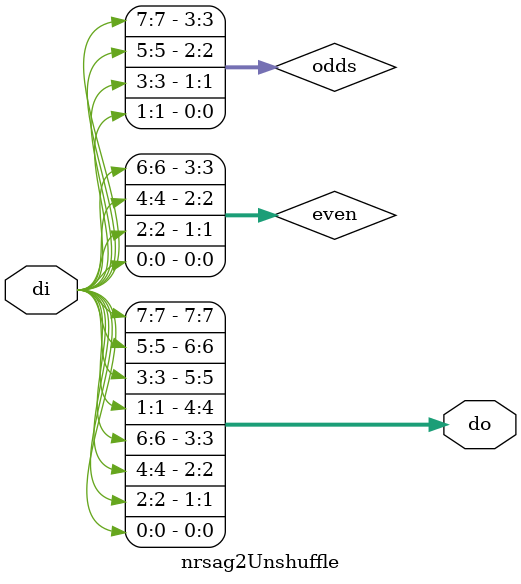
<source format=v>

module nrsag2(input [7:0] di, ci, output [7:0] do); // 24 NOT, 20 XOR, 88 MUX
	wire [7:0] d, c, co;
	wire [3:0] t1, t2, t3;

	nrsag2Stage stage_1 (di, ci, d, c); // 12 NOT, 10 XOR, 48 MUX (co=c is used)
	nrsag2Stage stage_2 (d, c, do, co); // 12 NOT, 10 XOR, 40 MUX (co=co is unused)
endmodule

module nrsag2Stage(input [7:0] di, ci, output [7:0] do, co);
	wire [7:0] d1, d2, c1, c2;
	wire [3:0] t1, t2, t3;

	nrsag2CtrlUnit ctrl_1 (ci, c1, t1, 2'b 00);
	nrsag2CtrlUnit ctrl_2 (c1, c2, t2, 2'b 10);
	nrsag2CtrlUnit ctrl_3 (c2, co, t3, 2'b 11);

	nrsag2DataUnit data_1 (di, d1, t1);
	nrsag2DataUnit data_2 (d1, d2, t2);
	nrsag2DataUnit data_3 (d2, do, t3);
endmodule

module nrsag2CtrlUnit(input [7:0] ci, output [7:0] co, output [3:0] t, input [1:0] sel);
	wire x[7:0]; // prefix xor-sum over ci, partially broken depending on sel
	assign x[0] = ci[0];
	assign x[1] = ci[1] ^ x[0];
	assign x[2] = ci[2] ^ (sel[0] ? 1'b 0 : x[1]);
	assign x[3] = ci[3] ^ x[2];
	assign x[4] = ci[4] ^ (sel[1] ? 1'b 0 : x[3]);
	assign x[5] = ci[5] ^ x[4];
	assign x[6] = ci[6] ^ (sel[0] ? 1'b 0 : x[5]);
	assign x[7] = ci[7] ^ x[6]; // unused ;)

	// butterfly control signals
	assign t[0] = !x[0];
	assign t[1] = !x[2];
	assign t[2] = !x[4];
	assign t[3] = !x[6];

	nrsag2DataUnit unshuffle (ci, co, t);
endmodule

module nrsag2DataUnit(input [7:0] di, output [7:0] do, input [3:0] t);
	wire [7:0] do_shuffled;
	assign do_shuffled[1:0] = t[0] ? {di[0], di[1]} : di[1:0];
	assign do_shuffled[3:2] = t[1] ? {di[2], di[3]} : di[3:2];
	assign do_shuffled[5:4] = t[2] ? {di[4], di[5]} : di[5:4];
	assign do_shuffled[7:6] = t[3] ? {di[6], di[7]} : di[7:6];

	nrsag2Unshuffle unshuffle (do_shuffled, do);
endmodule

module nrsag2Unshuffle(input [7:0] di, output [7:0] do);
	wire [3:0] even = {di[6], di[4], di[2], di[0]};
	wire [3:0] odds = {di[7], di[5], di[3], di[1]};
	assign do = {odds, even};
endmodule

</source>
